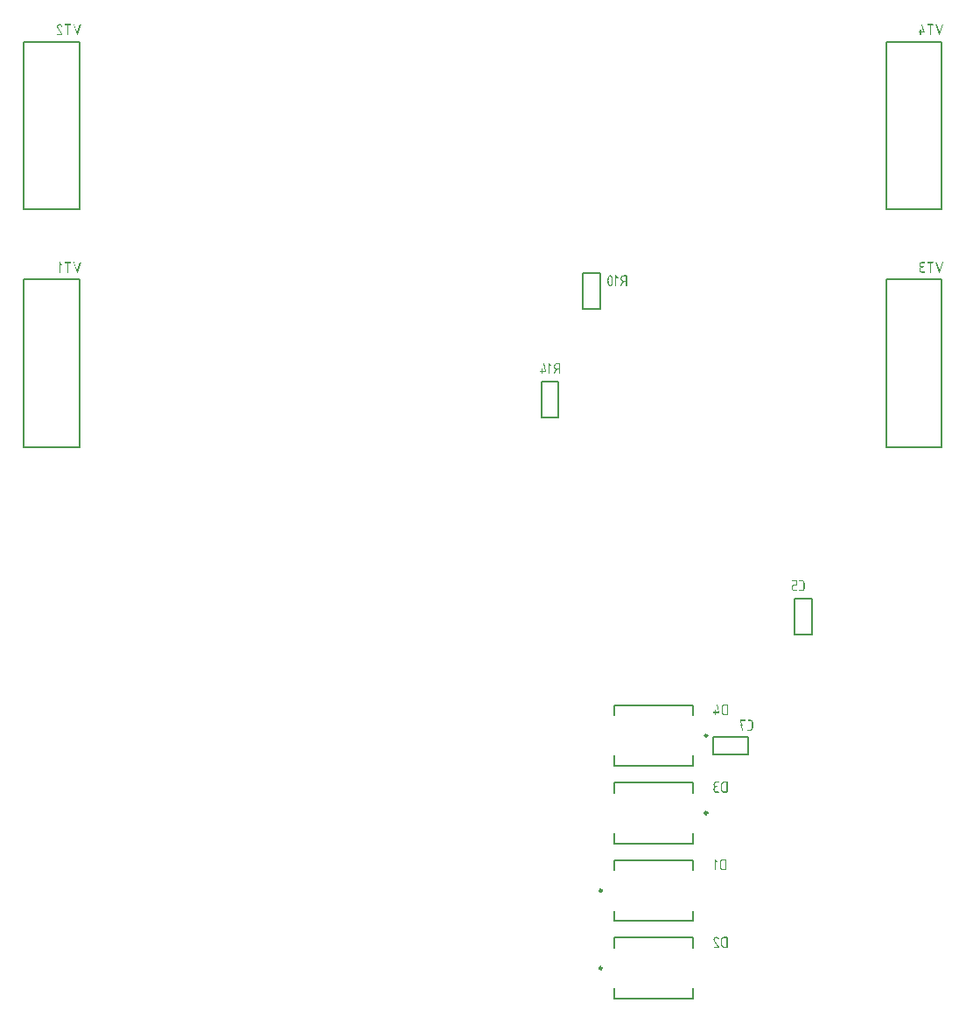
<source format=gbo>
G04*
G04 #@! TF.GenerationSoftware,Altium Limited,Altium Designer,20.0.10 (225)*
G04*
G04 Layer_Color=32896*
%FSLAX44Y44*%
%MOMM*%
G71*
G01*
G75*
%ADD10C,0.2000*%
%ADD13C,0.2500*%
G36*
X920091Y948201D02*
X920220Y948164D01*
X920294Y948090D01*
X920368Y948034D01*
X920424Y947960D01*
X920461Y947886D01*
X920480Y947849D01*
Y947831D01*
X922590Y940480D01*
Y940387D01*
Y940350D01*
Y940331D01*
X922572Y940165D01*
X922516Y940035D01*
X922424Y939942D01*
X922331Y939887D01*
X922239Y939850D01*
X922146Y939813D01*
X918906D01*
Y938221D01*
X918887Y938054D01*
X918832Y937924D01*
X918739Y937832D01*
X918646Y937776D01*
X918554Y937739D01*
X918461Y937702D01*
X918387D01*
X918202Y937720D01*
X918072Y937776D01*
X917980Y937869D01*
X917924Y937961D01*
X917869Y938054D01*
X917850Y938146D01*
Y938202D01*
Y938221D01*
Y939813D01*
X916813D01*
X916628Y939831D01*
X916498Y939887D01*
X916406Y939980D01*
X916350Y940072D01*
X916295Y940165D01*
X916276Y940257D01*
Y940313D01*
Y940331D01*
X916295Y940517D01*
X916350Y940646D01*
X916443Y940739D01*
X916535Y940794D01*
X916647Y940850D01*
X916721Y940868D01*
X917850D01*
Y942442D01*
X917869Y942609D01*
X917924Y942738D01*
X918017Y942831D01*
X918109Y942905D01*
X918221Y942942D01*
X918295Y942961D01*
X918387D01*
X918554Y942942D01*
X918683Y942887D01*
X918776Y942794D01*
X918832Y942701D01*
X918869Y942609D01*
X918906Y942516D01*
Y942461D01*
Y942442D01*
Y940868D01*
X921387D01*
X919461Y947534D01*
X919443Y947645D01*
Y947664D01*
Y947682D01*
X919461Y947868D01*
X919517Y947997D01*
X919609Y948090D01*
X919702Y948145D01*
X919794Y948201D01*
X919887Y948219D01*
X919961D01*
X920091Y948201D01*
D02*
G37*
G36*
X940163D02*
X940292Y948145D01*
X940385Y948053D01*
X940441Y947960D01*
X940478Y947849D01*
X940515Y947775D01*
Y947701D01*
Y947682D01*
X940496Y947571D01*
X940478Y947534D01*
Y947516D01*
X937348Y938091D01*
X937274Y937961D01*
X937200Y937869D01*
X937126Y937795D01*
X937033Y937758D01*
X936959Y937720D01*
X936885Y937702D01*
X936830D01*
X936700Y937720D01*
X936589Y937758D01*
X936496Y937832D01*
X936422Y937906D01*
X936330Y938035D01*
X936311Y938072D01*
Y938091D01*
X933163Y947516D01*
X933145Y947627D01*
Y947664D01*
Y947682D01*
X933163Y947868D01*
X933219Y947997D01*
X933312Y948090D01*
X933404Y948145D01*
X933497Y948201D01*
X933589Y948219D01*
X933663D01*
X933793Y948201D01*
X933904Y948164D01*
X933997Y948108D01*
X934052Y948034D01*
X934145Y947905D01*
X934163Y947868D01*
Y947849D01*
X936830Y939887D01*
X939478Y947849D01*
X939533Y947979D01*
X939607Y948071D01*
X939700Y948127D01*
X939774Y948182D01*
X939848Y948201D01*
X939922Y948219D01*
X939977D01*
X940163Y948201D01*
D02*
G37*
G36*
X930682Y948219D02*
X930812Y948164D01*
X930904Y948071D01*
X930960Y947979D01*
X930997Y947868D01*
X931034Y947794D01*
Y947719D01*
Y947701D01*
X931015Y947534D01*
X930941Y947405D01*
X930867Y947312D01*
X930756Y947257D01*
X930664Y947219D01*
X930571Y947182D01*
X928386D01*
Y938221D01*
X928368Y938054D01*
X928312Y937924D01*
X928220Y937832D01*
X928127Y937776D01*
X928034Y937739D01*
X927942Y937702D01*
X927868D01*
X927682Y937720D01*
X927553Y937776D01*
X927460Y937869D01*
X927405Y937961D01*
X927349Y938054D01*
X927331Y938146D01*
Y938202D01*
Y938221D01*
Y947182D01*
X925238D01*
X925053Y947201D01*
X924924Y947257D01*
X924831Y947349D01*
X924775Y947442D01*
X924720Y947534D01*
X924701Y947627D01*
Y947682D01*
Y947701D01*
X924720Y947886D01*
X924775Y948016D01*
X924868Y948108D01*
X924961Y948164D01*
X925072Y948219D01*
X925146Y948238D01*
X930497D01*
X930682Y948219D01*
D02*
G37*
G36*
X940163Y718077D02*
X940292Y718021D01*
X940385Y717929D01*
X940441Y717836D01*
X940478Y717725D01*
X940515Y717651D01*
Y717577D01*
Y717559D01*
X940496Y717447D01*
X940478Y717410D01*
Y717392D01*
X937348Y707967D01*
X937274Y707837D01*
X937200Y707745D01*
X937126Y707671D01*
X937033Y707634D01*
X936959Y707597D01*
X936885Y707578D01*
X936830D01*
X936700Y707597D01*
X936589Y707634D01*
X936496Y707708D01*
X936422Y707782D01*
X936330Y707911D01*
X936311Y707948D01*
Y707967D01*
X933163Y717392D01*
X933145Y717503D01*
Y717540D01*
Y717559D01*
X933163Y717744D01*
X933219Y717873D01*
X933312Y717966D01*
X933404Y718021D01*
X933497Y718077D01*
X933589Y718095D01*
X933663D01*
X933793Y718077D01*
X933904Y718040D01*
X933997Y717984D01*
X934052Y717910D01*
X934145Y717781D01*
X934163Y717744D01*
Y717725D01*
X936830Y709763D01*
X939478Y717725D01*
X939533Y717855D01*
X939607Y717947D01*
X939700Y718003D01*
X939774Y718058D01*
X939848Y718077D01*
X939922Y718095D01*
X939977D01*
X940163Y718077D01*
D02*
G37*
G36*
X930682Y718095D02*
X930812Y718040D01*
X930904Y717947D01*
X930960Y717855D01*
X930997Y717744D01*
X931034Y717670D01*
Y717596D01*
Y717577D01*
X931015Y717410D01*
X930941Y717281D01*
X930867Y717188D01*
X930756Y717133D01*
X930664Y717095D01*
X930571Y717058D01*
X928386D01*
Y708096D01*
X928368Y707930D01*
X928312Y707800D01*
X928220Y707708D01*
X928127Y707652D01*
X928034Y707615D01*
X927942Y707578D01*
X927868D01*
X927682Y707597D01*
X927553Y707652D01*
X927460Y707745D01*
X927405Y707837D01*
X927349Y707930D01*
X927331Y708022D01*
Y708078D01*
Y708096D01*
Y717058D01*
X925238D01*
X925053Y717077D01*
X924924Y717133D01*
X924831Y717225D01*
X924775Y717318D01*
X924720Y717410D01*
X924701Y717503D01*
Y717559D01*
Y717577D01*
X924720Y717762D01*
X924775Y717892D01*
X924868Y717984D01*
X924961Y718040D01*
X925072Y718095D01*
X925146Y718114D01*
X930497D01*
X930682Y718095D01*
D02*
G37*
G36*
X922257D02*
X922387Y718040D01*
X922479Y717947D01*
X922535Y717855D01*
X922572Y717744D01*
X922609Y717670D01*
Y717596D01*
Y717577D01*
X922590Y717410D01*
X922516Y717281D01*
X922442Y717188D01*
X922331Y717133D01*
X922239Y717095D01*
X922146Y717058D01*
X919980D01*
X919739Y717040D01*
X919517Y716984D01*
X919332Y716910D01*
X919165Y716818D01*
X919035Y716725D01*
X918924Y716651D01*
X918869Y716596D01*
X918850Y716577D01*
X918702Y716392D01*
X918591Y716207D01*
X918498Y716022D01*
X918443Y715855D01*
X918406Y715688D01*
X918387Y715577D01*
Y715503D01*
Y715466D01*
X918406Y715225D01*
X918461Y715003D01*
X918535Y714818D01*
X918609Y714651D01*
X918702Y714522D01*
X918776Y714429D01*
X918832Y714355D01*
X918850Y714337D01*
X919035Y714188D01*
X919220Y714077D01*
X919406Y714003D01*
X919591Y713948D01*
X919739Y713911D01*
X919868Y713892D01*
X921035D01*
X921202Y713874D01*
X921331Y713818D01*
X921424Y713726D01*
X921479Y713633D01*
X921516Y713522D01*
X921553Y713448D01*
Y713374D01*
Y713355D01*
X921535Y713188D01*
X921479Y713059D01*
X921387Y712966D01*
X921294Y712911D01*
X921202Y712874D01*
X921109Y712837D01*
X919980D01*
X919739Y712818D01*
X919517Y712763D01*
X919332Y712689D01*
X919165Y712615D01*
X919035Y712522D01*
X918924Y712448D01*
X918869Y712392D01*
X918850Y712374D01*
X918702Y712189D01*
X918591Y712003D01*
X918498Y711818D01*
X918443Y711633D01*
X918406Y711485D01*
X918387Y711355D01*
Y711281D01*
Y711244D01*
Y710207D01*
X918406Y709967D01*
X918461Y709744D01*
X918535Y709559D01*
X918609Y709393D01*
X918702Y709263D01*
X918776Y709170D01*
X918832Y709096D01*
X918850Y709078D01*
X919035Y708930D01*
X919220Y708819D01*
X919406Y708745D01*
X919591Y708689D01*
X919739Y708652D01*
X919868Y708633D01*
X922072D01*
X922257Y708615D01*
X922387Y708559D01*
X922479Y708467D01*
X922535Y708374D01*
X922572Y708263D01*
X922609Y708189D01*
Y708115D01*
Y708096D01*
X922590Y707930D01*
X922516Y707800D01*
X922442Y707708D01*
X922331Y707652D01*
X922239Y707615D01*
X922146Y707578D01*
X919980D01*
X919591Y707615D01*
X919220Y707689D01*
X918906Y707819D01*
X918628Y707967D01*
X918406Y708096D01*
X918239Y708226D01*
X918147Y708300D01*
X918109Y708337D01*
X917850Y708633D01*
X917665Y708967D01*
X917517Y709263D01*
X917424Y709559D01*
X917369Y709818D01*
X917350Y710022D01*
X917332Y710096D01*
Y710152D01*
Y710189D01*
Y710207D01*
Y711244D01*
X917350Y711485D01*
X917369Y711707D01*
X917424Y711929D01*
X917498Y712133D01*
X917665Y712485D01*
X917850Y712800D01*
X918054Y713040D01*
X918221Y713207D01*
X918295Y713281D01*
X918350Y713318D01*
X918369Y713355D01*
X918387D01*
X918202Y713503D01*
X918035Y713670D01*
X917906Y713855D01*
X917776Y714022D01*
X917665Y714207D01*
X917591Y714374D01*
X917461Y714707D01*
X917387Y715003D01*
X917369Y715133D01*
X917350Y715244D01*
X917332Y715337D01*
Y715411D01*
Y715448D01*
Y715466D01*
X917369Y715855D01*
X917461Y716225D01*
X917572Y716540D01*
X917721Y716818D01*
X917869Y717040D01*
X917980Y717207D01*
X918072Y717299D01*
X918109Y717336D01*
X918406Y717596D01*
X918720Y717781D01*
X919035Y717929D01*
X919332Y718021D01*
X919591Y718077D01*
X919794Y718095D01*
X919868Y718114D01*
X922072D01*
X922257Y718095D01*
D02*
G37*
G36*
X85756Y718058D02*
X85886Y717984D01*
X85978Y717910D01*
X85997Y717892D01*
X86016Y717873D01*
X88071Y715818D01*
X88163Y715707D01*
X88201Y715577D01*
X88219Y715485D01*
Y715466D01*
Y715448D01*
X88201Y715281D01*
X88145Y715151D01*
X88052Y715059D01*
X87960Y715003D01*
X87867Y714966D01*
X87775Y714929D01*
X87701D01*
X87552Y714948D01*
X87423Y715003D01*
X87349Y715059D01*
X87330Y715077D01*
X86108Y716299D01*
Y708096D01*
X86090Y707930D01*
X86034Y707800D01*
X85941Y707708D01*
X85849Y707652D01*
X85756Y707615D01*
X85664Y707578D01*
X85590D01*
X85405Y707597D01*
X85275Y707652D01*
X85182Y707745D01*
X85127Y707837D01*
X85071Y707930D01*
X85053Y708022D01*
Y708078D01*
Y708096D01*
Y717559D01*
X85071Y717744D01*
X85127Y717873D01*
X85219Y717966D01*
X85312Y718021D01*
X85423Y718077D01*
X85497Y718095D01*
X85664D01*
X85756Y718058D01*
D02*
G37*
G36*
X105773Y718077D02*
X105902Y718021D01*
X105995Y717929D01*
X106051Y717836D01*
X106088Y717725D01*
X106124Y717651D01*
Y717577D01*
Y717559D01*
X106106Y717447D01*
X106088Y717410D01*
Y717392D01*
X102958Y707967D01*
X102884Y707837D01*
X102810Y707745D01*
X102736Y707671D01*
X102643Y707634D01*
X102569Y707597D01*
X102495Y707578D01*
X102440D01*
X102310Y707597D01*
X102199Y707634D01*
X102106Y707708D01*
X102032Y707782D01*
X101940Y707911D01*
X101921Y707948D01*
Y707967D01*
X98773Y717392D01*
X98755Y717503D01*
Y717540D01*
Y717559D01*
X98773Y717744D01*
X98829Y717873D01*
X98922Y717966D01*
X99014Y718021D01*
X99107Y718077D01*
X99199Y718095D01*
X99273D01*
X99403Y718077D01*
X99514Y718040D01*
X99607Y717984D01*
X99662Y717910D01*
X99755Y717781D01*
X99773Y717744D01*
Y717725D01*
X102440Y709763D01*
X105088Y717725D01*
X105143Y717855D01*
X105217Y717947D01*
X105310Y718003D01*
X105384Y718058D01*
X105458Y718077D01*
X105532Y718095D01*
X105588D01*
X105773Y718077D01*
D02*
G37*
G36*
X96292Y718095D02*
X96422Y718040D01*
X96514Y717947D01*
X96570Y717855D01*
X96607Y717744D01*
X96644Y717670D01*
Y717596D01*
Y717577D01*
X96625Y717410D01*
X96551Y717281D01*
X96477Y717188D01*
X96366Y717133D01*
X96274Y717095D01*
X96181Y717058D01*
X93996D01*
Y708096D01*
X93978Y707930D01*
X93922Y707800D01*
X93829Y707708D01*
X93737Y707652D01*
X93644Y707615D01*
X93552Y707578D01*
X93478D01*
X93293Y707597D01*
X93163Y707652D01*
X93070Y707745D01*
X93015Y707837D01*
X92959Y707930D01*
X92941Y708022D01*
Y708078D01*
Y708096D01*
Y717058D01*
X90848D01*
X90663Y717077D01*
X90534Y717133D01*
X90441Y717225D01*
X90385Y717318D01*
X90330Y717410D01*
X90311Y717503D01*
Y717559D01*
Y717577D01*
X90330Y717762D01*
X90385Y717892D01*
X90478Y717984D01*
X90571Y718040D01*
X90682Y718095D01*
X90756Y718114D01*
X96107D01*
X96292Y718095D01*
D02*
G37*
G36*
X559130Y620212D02*
X559259Y620138D01*
X559352Y620064D01*
X559370Y620046D01*
X559389Y620027D01*
X561444Y617972D01*
X561537Y617861D01*
X561574Y617731D01*
X561592Y617639D01*
Y617620D01*
Y617602D01*
X561574Y617435D01*
X561518Y617305D01*
X561426Y617213D01*
X561333Y617157D01*
X561241Y617120D01*
X561148Y617083D01*
X561074D01*
X560926Y617102D01*
X560796Y617157D01*
X560722Y617213D01*
X560704Y617231D01*
X559482Y618453D01*
Y610251D01*
X559463Y610084D01*
X559408Y609954D01*
X559315Y609862D01*
X559222Y609806D01*
X559130Y609769D01*
X559037Y609732D01*
X558963D01*
X558778Y609751D01*
X558648Y609806D01*
X558556Y609899D01*
X558500Y609991D01*
X558445Y610084D01*
X558426Y610176D01*
Y610232D01*
Y610251D01*
Y619712D01*
X558445Y619898D01*
X558500Y620027D01*
X558593Y620120D01*
X558685Y620175D01*
X558796Y620231D01*
X558871Y620249D01*
X559037D01*
X559130Y620212D01*
D02*
G37*
G36*
X553815Y620231D02*
X553945Y620194D01*
X554019Y620120D01*
X554093Y620064D01*
X554149Y619990D01*
X554186Y619916D01*
X554204Y619879D01*
Y619861D01*
X556315Y612509D01*
Y612417D01*
Y612380D01*
Y612361D01*
X556297Y612195D01*
X556241Y612065D01*
X556148Y611973D01*
X556056Y611917D01*
X555963Y611880D01*
X555871Y611843D01*
X552630D01*
Y610251D01*
X552612Y610084D01*
X552556Y609954D01*
X552464Y609862D01*
X552371Y609806D01*
X552279Y609769D01*
X552186Y609732D01*
X552112D01*
X551927Y609751D01*
X551797Y609806D01*
X551705Y609899D01*
X551649Y609991D01*
X551594Y610084D01*
X551575Y610176D01*
Y610232D01*
Y610251D01*
Y611843D01*
X550538D01*
X550353Y611861D01*
X550223Y611917D01*
X550131Y612010D01*
X550075Y612102D01*
X550020Y612195D01*
X550001Y612287D01*
Y612343D01*
Y612361D01*
X550020Y612547D01*
X550075Y612676D01*
X550168Y612769D01*
X550260Y612824D01*
X550371Y612880D01*
X550445Y612898D01*
X551575D01*
Y614472D01*
X551594Y614639D01*
X551649Y614768D01*
X551742Y614861D01*
X551834Y614935D01*
X551945Y614972D01*
X552019Y614991D01*
X552112D01*
X552279Y614972D01*
X552408Y614917D01*
X552501Y614824D01*
X552556Y614731D01*
X552593Y614639D01*
X552630Y614546D01*
Y614491D01*
Y614472D01*
Y612898D01*
X555112D01*
X553186Y619564D01*
X553167Y619675D01*
Y619694D01*
Y619712D01*
X553186Y619898D01*
X553241Y620027D01*
X553334Y620120D01*
X553427Y620175D01*
X553519Y620231D01*
X553612Y620249D01*
X553686D01*
X553815Y620231D01*
D02*
G37*
G36*
X569647Y620249D02*
X569777Y620194D01*
X569869Y620101D01*
X569925Y620009D01*
X569962Y619898D01*
X569999Y619824D01*
Y619749D01*
Y619731D01*
Y610251D01*
X569980Y610084D01*
X569925Y609954D01*
X569832Y609862D01*
X569740Y609806D01*
X569647Y609769D01*
X569555Y609732D01*
X569481D01*
X569295Y609751D01*
X569166Y609806D01*
X569073Y609899D01*
X569018Y609991D01*
X568962Y610084D01*
X568943Y610176D01*
Y610232D01*
Y610251D01*
Y613935D01*
X566647D01*
X564685Y610010D01*
X564629Y609917D01*
X564555Y609843D01*
X564481Y609806D01*
X564407Y609769D01*
X564333Y609751D01*
X564277Y609732D01*
X564222D01*
X564074Y609751D01*
X563963Y609806D01*
X563889Y609862D01*
X563852Y609880D01*
X563759Y610010D01*
X563703Y610121D01*
X563685Y610214D01*
Y610251D01*
Y610343D01*
X563703Y610417D01*
X563722Y610473D01*
X563740Y610491D01*
X565592Y614157D01*
X565259Y614324D01*
X564962Y614509D01*
X564703Y614713D01*
X564481Y614935D01*
X564296Y615176D01*
X564148Y615417D01*
X564018Y615676D01*
X563926Y615917D01*
X563852Y616157D01*
X563777Y616380D01*
X563740Y616565D01*
X563722Y616750D01*
X563703Y616898D01*
X563685Y617009D01*
Y617083D01*
Y617102D01*
X563703Y617342D01*
X563722Y617583D01*
X563833Y618009D01*
X563981Y618398D01*
X564148Y618713D01*
X564314Y618972D01*
X564388Y619083D01*
X564463Y619175D01*
X564518Y619250D01*
X564574Y619305D01*
X564592Y619324D01*
X564611Y619342D01*
X564796Y619509D01*
X564981Y619657D01*
X565166Y619768D01*
X565351Y619879D01*
X565722Y620046D01*
X566073Y620157D01*
X566388Y620212D01*
X566518Y620249D01*
X566629D01*
X566721Y620268D01*
X569481D01*
X569647Y620249D01*
D02*
G37*
G36*
X623602Y705212D02*
X623732Y705138D01*
X623824Y705064D01*
X623843Y705046D01*
X623861Y705027D01*
X625917Y702972D01*
X626009Y702861D01*
X626046Y702731D01*
X626065Y702639D01*
Y702620D01*
Y702602D01*
X626046Y702435D01*
X625991Y702305D01*
X625898Y702213D01*
X625806Y702157D01*
X625713Y702120D01*
X625620Y702083D01*
X625546D01*
X625398Y702102D01*
X625269Y702157D01*
X625194Y702213D01*
X625176Y702231D01*
X623954Y703453D01*
Y695250D01*
X623935Y695084D01*
X623880Y694954D01*
X623787Y694862D01*
X623695Y694806D01*
X623602Y694769D01*
X623509Y694732D01*
X623435D01*
X623250Y694751D01*
X623120Y694806D01*
X623028Y694899D01*
X622972Y694991D01*
X622917Y695084D01*
X622898Y695176D01*
Y695232D01*
Y695250D01*
Y704713D01*
X622917Y704898D01*
X622972Y705027D01*
X623065Y705120D01*
X623158Y705175D01*
X623269Y705231D01*
X623343Y705249D01*
X623509D01*
X623602Y705212D01*
D02*
G37*
G36*
X634119Y705249D02*
X634249Y705194D01*
X634342Y705101D01*
X634397Y705009D01*
X634434Y704898D01*
X634471Y704824D01*
Y704750D01*
Y704731D01*
Y695250D01*
X634453Y695084D01*
X634397Y694954D01*
X634305Y694862D01*
X634212Y694806D01*
X634119Y694769D01*
X634027Y694732D01*
X633953D01*
X633768Y694751D01*
X633638Y694806D01*
X633545Y694899D01*
X633490Y694991D01*
X633434Y695084D01*
X633416Y695176D01*
Y695232D01*
Y695250D01*
Y698935D01*
X631120D01*
X629157Y695010D01*
X629101Y694917D01*
X629027Y694843D01*
X628953Y694806D01*
X628879Y694769D01*
X628805Y694751D01*
X628750Y694732D01*
X628694D01*
X628546Y694751D01*
X628435Y694806D01*
X628361Y694862D01*
X628324Y694880D01*
X628231Y695010D01*
X628176Y695121D01*
X628157Y695213D01*
Y695250D01*
Y695343D01*
X628176Y695417D01*
X628194Y695473D01*
X628213Y695491D01*
X630064Y699157D01*
X629731Y699324D01*
X629435Y699509D01*
X629175Y699713D01*
X628953Y699935D01*
X628768Y700176D01*
X628620Y700417D01*
X628490Y700676D01*
X628398Y700917D01*
X628324Y701157D01*
X628250Y701379D01*
X628213Y701565D01*
X628194Y701750D01*
X628176Y701898D01*
X628157Y702009D01*
Y702083D01*
Y702102D01*
X628176Y702342D01*
X628194Y702583D01*
X628305Y703009D01*
X628453Y703398D01*
X628620Y703713D01*
X628787Y703972D01*
X628861Y704083D01*
X628935Y704175D01*
X628990Y704250D01*
X629046Y704305D01*
X629064Y704324D01*
X629083Y704342D01*
X629268Y704509D01*
X629453Y704657D01*
X629638Y704768D01*
X629824Y704879D01*
X630194Y705046D01*
X630546Y705157D01*
X630860Y705212D01*
X630990Y705249D01*
X631101D01*
X631194Y705268D01*
X633953D01*
X634119Y705249D01*
D02*
G37*
G36*
X618436D02*
X618677Y705175D01*
X618917Y705083D01*
X619140Y704953D01*
X619325Y704805D01*
X619510Y704638D01*
X619806Y704268D01*
X620047Y703898D01*
X620139Y703713D01*
X620213Y703565D01*
X620269Y703435D01*
X620306Y703342D01*
X620343Y703268D01*
Y703250D01*
X620491Y702713D01*
X620602Y702157D01*
X620676Y701620D01*
X620732Y701102D01*
X620750Y700880D01*
X620769Y700657D01*
Y700472D01*
X620788Y700305D01*
Y700176D01*
Y700083D01*
Y700009D01*
Y699991D01*
X620769Y699306D01*
X620713Y698695D01*
X620676Y698398D01*
X620639Y698139D01*
X620602Y697880D01*
X620565Y697658D01*
X620528Y697454D01*
X620491Y697269D01*
X620454Y697102D01*
X620417Y696973D01*
X620380Y696880D01*
X620362Y696787D01*
X620343Y696750D01*
Y696732D01*
X620213Y696380D01*
X620047Y696065D01*
X619880Y695806D01*
X619714Y695584D01*
X619528Y695380D01*
X619343Y695213D01*
X619176Y695084D01*
X618991Y694991D01*
X618825Y694899D01*
X618677Y694843D01*
X618528Y694788D01*
X618399Y694769D01*
X618306Y694751D01*
X618232Y694732D01*
X618158D01*
X617880Y694751D01*
X617640Y694825D01*
X617399Y694917D01*
X617195Y695047D01*
X616992Y695195D01*
X616825Y695362D01*
X616510Y695732D01*
X616288Y696102D01*
X616195Y696269D01*
X616121Y696417D01*
X616066Y696547D01*
X616029Y696639D01*
X615992Y696713D01*
Y696732D01*
X615844Y697269D01*
X615732Y697824D01*
X615640Y698361D01*
X615584Y698880D01*
X615566Y699102D01*
X615547Y699324D01*
Y699509D01*
X615529Y699676D01*
Y699806D01*
Y699917D01*
Y699972D01*
Y699991D01*
X615547Y700676D01*
X615603Y701305D01*
X615640Y701583D01*
X615677Y701861D01*
X615714Y702102D01*
X615751Y702324D01*
X615807Y702527D01*
X615844Y702713D01*
X615881Y702879D01*
X615918Y703009D01*
X615955Y703120D01*
X615973Y703194D01*
X615992Y703231D01*
Y703250D01*
X616121Y703602D01*
X616288Y703916D01*
X616455Y704194D01*
X616621Y704416D01*
X616806Y704620D01*
X616973Y704768D01*
X617158Y704916D01*
X617325Y705009D01*
X617491Y705101D01*
X617658Y705157D01*
X617788Y705212D01*
X617917Y705231D01*
X618010Y705249D01*
X618084Y705268D01*
X618158D01*
X618436Y705249D01*
D02*
G37*
G36*
X721445Y290231D02*
X721574Y290194D01*
X721648Y290120D01*
X721723Y290064D01*
X721778Y289990D01*
X721815Y289916D01*
X721834Y289879D01*
Y289861D01*
X723945Y282509D01*
Y282417D01*
Y282380D01*
Y282361D01*
X723926Y282195D01*
X723870Y282065D01*
X723778Y281973D01*
X723685Y281917D01*
X723593Y281880D01*
X723500Y281843D01*
X720260D01*
Y280250D01*
X720241Y280084D01*
X720186Y279954D01*
X720093Y279862D01*
X720001Y279806D01*
X719908Y279769D01*
X719815Y279732D01*
X719741D01*
X719556Y279750D01*
X719426Y279806D01*
X719334Y279899D01*
X719278Y279991D01*
X719223Y280084D01*
X719204Y280176D01*
Y280232D01*
Y280250D01*
Y281843D01*
X718167D01*
X717982Y281861D01*
X717853Y281917D01*
X717760Y282010D01*
X717704Y282102D01*
X717649Y282195D01*
X717630Y282287D01*
Y282343D01*
Y282361D01*
X717649Y282547D01*
X717704Y282676D01*
X717797Y282769D01*
X717890Y282824D01*
X718001Y282880D01*
X718075Y282898D01*
X719204D01*
Y284472D01*
X719223Y284639D01*
X719278Y284769D01*
X719371Y284861D01*
X719464Y284935D01*
X719575Y284972D01*
X719649Y284991D01*
X719741D01*
X719908Y284972D01*
X720038Y284917D01*
X720130Y284824D01*
X720186Y284732D01*
X720223Y284639D01*
X720260Y284546D01*
Y284491D01*
Y284472D01*
Y282898D01*
X722741D01*
X720815Y289564D01*
X720797Y289675D01*
Y289694D01*
Y289713D01*
X720815Y289898D01*
X720871Y290027D01*
X720963Y290120D01*
X721056Y290175D01*
X721149Y290231D01*
X721241Y290250D01*
X721315D01*
X721445Y290231D01*
D02*
G37*
G36*
X732018Y290250D02*
X732147Y290194D01*
X732240Y290101D01*
X732296Y290009D01*
X732333Y289898D01*
X732370Y289824D01*
Y289750D01*
Y289731D01*
Y280250D01*
X732351Y280084D01*
X732296Y279954D01*
X732203Y279862D01*
X732110Y279806D01*
X732018Y279769D01*
X731925Y279732D01*
X728703D01*
X728315Y279769D01*
X727944Y279843D01*
X727629Y279973D01*
X727352Y280121D01*
X727129Y280250D01*
X726963Y280380D01*
X726870Y280454D01*
X726833Y280491D01*
X726574Y280788D01*
X726389Y281121D01*
X726241Y281417D01*
X726148Y281713D01*
X726093Y281973D01*
X726074Y282176D01*
X726055Y282250D01*
Y282306D01*
Y282343D01*
Y282361D01*
Y287620D01*
X726093Y288027D01*
X726185Y288379D01*
X726296Y288694D01*
X726444Y288972D01*
X726592Y289194D01*
X726703Y289361D01*
X726796Y289453D01*
X726833Y289490D01*
X727129Y289750D01*
X727444Y289935D01*
X727759Y290083D01*
X728055Y290175D01*
X728315Y290231D01*
X728518Y290250D01*
X728592Y290268D01*
X731851D01*
X732018Y290250D01*
D02*
G37*
G36*
X721102Y65250D02*
X721380Y65194D01*
X721639Y65101D01*
X721880Y64972D01*
X722102Y64824D01*
X722324Y64657D01*
X722510Y64490D01*
X722695Y64324D01*
X722843Y64138D01*
X722991Y63972D01*
X723102Y63805D01*
X723195Y63657D01*
X723287Y63546D01*
X723343Y63435D01*
X723361Y63379D01*
X723380Y63361D01*
X723417Y63287D01*
X723435Y63231D01*
Y63176D01*
Y63157D01*
X723417Y62972D01*
X723343Y62842D01*
X723269Y62750D01*
X723158Y62694D01*
X723065Y62657D01*
X722972Y62620D01*
X722898D01*
X722787Y62639D01*
X722695Y62657D01*
X722565Y62750D01*
X722473Y62842D01*
X722454Y62861D01*
Y62879D01*
X722306Y63120D01*
X722158Y63324D01*
X722028Y63490D01*
X721880Y63657D01*
X721732Y63787D01*
X721602Y63879D01*
X721473Y63972D01*
X721343Y64046D01*
X721121Y64138D01*
X720954Y64194D01*
X720843Y64212D01*
X720806D01*
X720565Y64194D01*
X720343Y64138D01*
X720158Y64064D01*
X719991Y63990D01*
X719862Y63898D01*
X719751Y63824D01*
X719695Y63768D01*
X719677Y63750D01*
X719528Y63565D01*
X719417Y63379D01*
X719325Y63194D01*
X719269Y63009D01*
X719232Y62861D01*
X719213Y62731D01*
Y62657D01*
Y62620D01*
X719232Y62453D01*
X719251Y62305D01*
X719288Y62157D01*
X719343Y62028D01*
X719399Y61916D01*
X719436Y61824D01*
X719454Y61768D01*
X719473Y61750D01*
X723343Y55547D01*
X723398Y55454D01*
X723417Y55343D01*
X723435Y55287D01*
Y55251D01*
X723417Y55084D01*
X723343Y54954D01*
X723269Y54862D01*
X723158Y54806D01*
X723065Y54769D01*
X722972Y54732D01*
X718695D01*
X718510Y54751D01*
X718380Y54806D01*
X718288Y54899D01*
X718232Y54991D01*
X718177Y55084D01*
X718158Y55176D01*
Y55232D01*
Y55251D01*
X718177Y55436D01*
X718232Y55565D01*
X718325Y55658D01*
X718417Y55713D01*
X718528Y55769D01*
X718603Y55788D01*
X721954D01*
X718640Y61102D01*
X718473Y61398D01*
X718362Y61676D01*
X718269Y61916D01*
X718214Y62157D01*
X718177Y62342D01*
X718158Y62491D01*
Y62583D01*
Y62620D01*
X718195Y63009D01*
X718288Y63379D01*
X718399Y63694D01*
X718547Y63972D01*
X718695Y64194D01*
X718806Y64361D01*
X718899Y64453D01*
X718936Y64490D01*
X719232Y64749D01*
X719547Y64935D01*
X719862Y65083D01*
X720158Y65175D01*
X720417Y65231D01*
X720621Y65250D01*
X720695Y65268D01*
X720806D01*
X721102Y65250D01*
D02*
G37*
G36*
X731490D02*
X731620Y65194D01*
X731712Y65101D01*
X731768Y65009D01*
X731805Y64898D01*
X731842Y64824D01*
Y64749D01*
Y64731D01*
Y55251D01*
X731823Y55084D01*
X731768Y54954D01*
X731675Y54862D01*
X731583Y54806D01*
X731490Y54769D01*
X731397Y54732D01*
X728176D01*
X727787Y54769D01*
X727416Y54843D01*
X727102Y54973D01*
X726824Y55121D01*
X726602Y55251D01*
X726435Y55380D01*
X726342Y55454D01*
X726305Y55491D01*
X726046Y55788D01*
X725861Y56121D01*
X725713Y56417D01*
X725620Y56713D01*
X725565Y56973D01*
X725546Y57176D01*
X725528Y57250D01*
Y57306D01*
Y57343D01*
Y57361D01*
Y62620D01*
X725565Y63028D01*
X725657Y63379D01*
X725768Y63694D01*
X725917Y63972D01*
X726065Y64194D01*
X726176Y64361D01*
X726268Y64453D01*
X726305Y64490D01*
X726602Y64749D01*
X726917Y64935D01*
X727231Y65083D01*
X727527Y65175D01*
X727787Y65231D01*
X727990Y65250D01*
X728064Y65268D01*
X731323D01*
X731490Y65250D01*
D02*
G37*
G36*
X719917Y140212D02*
X720047Y140138D01*
X720139Y140064D01*
X720158Y140046D01*
X720176Y140027D01*
X722232Y137972D01*
X722324Y137861D01*
X722361Y137731D01*
X722380Y137639D01*
Y137620D01*
Y137602D01*
X722361Y137435D01*
X722306Y137305D01*
X722213Y137213D01*
X722121Y137157D01*
X722028Y137120D01*
X721936Y137083D01*
X721861D01*
X721713Y137102D01*
X721584Y137157D01*
X721510Y137213D01*
X721491Y137231D01*
X720269Y138453D01*
Y130251D01*
X720250Y130084D01*
X720195Y129954D01*
X720102Y129862D01*
X720010Y129806D01*
X719917Y129769D01*
X719825Y129732D01*
X719751D01*
X719565Y129751D01*
X719436Y129806D01*
X719343Y129899D01*
X719288Y129991D01*
X719232Y130084D01*
X719213Y130176D01*
Y130232D01*
Y130251D01*
Y139712D01*
X719232Y139898D01*
X719288Y140027D01*
X719380Y140120D01*
X719473Y140175D01*
X719584Y140231D01*
X719658Y140250D01*
X719825D01*
X719917Y140212D01*
D02*
G37*
G36*
X730435Y140250D02*
X730564Y140194D01*
X730657Y140101D01*
X730712Y140009D01*
X730749Y139898D01*
X730786Y139824D01*
Y139749D01*
Y139731D01*
Y130251D01*
X730768Y130084D01*
X730712Y129954D01*
X730620Y129862D01*
X730527Y129806D01*
X730435Y129769D01*
X730342Y129732D01*
X727120D01*
X726731Y129769D01*
X726361Y129843D01*
X726046Y129973D01*
X725768Y130121D01*
X725546Y130251D01*
X725380Y130380D01*
X725287Y130454D01*
X725250Y130491D01*
X724991Y130787D01*
X724806Y131121D01*
X724657Y131417D01*
X724565Y131713D01*
X724509Y131973D01*
X724491Y132176D01*
X724472Y132250D01*
Y132306D01*
Y132343D01*
Y132361D01*
Y137620D01*
X724509Y138027D01*
X724602Y138379D01*
X724713Y138694D01*
X724861Y138972D01*
X725009Y139194D01*
X725120Y139361D01*
X725213Y139453D01*
X725250Y139490D01*
X725546Y139749D01*
X725861Y139935D01*
X726176Y140083D01*
X726472Y140175D01*
X726731Y140231D01*
X726935Y140250D01*
X727009Y140268D01*
X730268D01*
X730435Y140250D01*
D02*
G37*
G36*
X754074Y275231D02*
X754444Y275138D01*
X754759Y275027D01*
X755036Y274879D01*
X755259Y274731D01*
X755407Y274620D01*
X755518Y274527D01*
X755555Y274490D01*
X755814Y274194D01*
X755999Y273879D01*
X756129Y273564D01*
X756222Y273268D01*
X756277Y273009D01*
X756296Y272805D01*
X756314Y272731D01*
Y272676D01*
Y272639D01*
Y272620D01*
Y267361D01*
X756277Y266973D01*
X756203Y266602D01*
X756073Y266287D01*
X755925Y266010D01*
X755796Y265788D01*
X755666Y265639D01*
X755592Y265528D01*
X755555Y265491D01*
X755259Y265232D01*
X754925Y265047D01*
X754629Y264917D01*
X754333Y264825D01*
X754074Y264769D01*
X753870Y264750D01*
X753796Y264732D01*
X751592D01*
X751407Y264750D01*
X751278Y264806D01*
X751185Y264899D01*
X751130Y264991D01*
X751074Y265084D01*
X751055Y265176D01*
Y265232D01*
Y265250D01*
X751074Y265436D01*
X751130Y265565D01*
X751222Y265658D01*
X751315Y265713D01*
X751426Y265769D01*
X751500Y265788D01*
X753685D01*
X753925Y265806D01*
X754148Y265861D01*
X754333Y265936D01*
X754500Y266010D01*
X754629Y266084D01*
X754722Y266158D01*
X754796Y266213D01*
X754814Y266232D01*
X754962Y266417D01*
X755073Y266602D01*
X755148Y266787D01*
X755203Y266973D01*
X755240Y267121D01*
X755259Y267250D01*
Y267324D01*
Y267361D01*
Y272620D01*
X755240Y272861D01*
X755185Y273083D01*
X755111Y273268D01*
X755036Y273435D01*
X754962Y273564D01*
X754888Y273676D01*
X754833Y273731D01*
X754814Y273750D01*
X754629Y273898D01*
X754444Y274009D01*
X754259Y274101D01*
X754074Y274157D01*
X753925Y274194D01*
X753796Y274212D01*
X751592D01*
X751407Y274231D01*
X751278Y274287D01*
X751185Y274379D01*
X751130Y274472D01*
X751074Y274564D01*
X751055Y274657D01*
Y274713D01*
Y274731D01*
X751074Y274916D01*
X751130Y275046D01*
X751222Y275138D01*
X751315Y275194D01*
X751426Y275250D01*
X751500Y275268D01*
X753685D01*
X754074Y275231D01*
D02*
G37*
G36*
X748611Y275250D02*
X748741Y275194D01*
X748833Y275101D01*
X748889Y275009D01*
X748926Y274898D01*
X748963Y274824D01*
Y274750D01*
Y274731D01*
X748945Y274564D01*
X748889Y274435D01*
X748796Y274342D01*
X748704Y274287D01*
X748611Y274250D01*
X748519Y274212D01*
X744889D01*
X745704Y270528D01*
X746334D01*
X746500Y270509D01*
X746630Y270454D01*
X746723Y270361D01*
X746778Y270268D01*
X746815Y270157D01*
X746852Y270083D01*
Y270009D01*
Y269991D01*
X746834Y269824D01*
X746778Y269694D01*
X746685Y269602D01*
X746593Y269546D01*
X746500Y269509D01*
X746408Y269472D01*
X745945D01*
X746852Y265362D01*
Y265287D01*
Y265269D01*
Y265250D01*
X746834Y265084D01*
X746778Y264954D01*
X746685Y264862D01*
X746593Y264806D01*
X746500Y264769D01*
X746408Y264732D01*
X746334D01*
X746186Y264750D01*
X746075Y264788D01*
X745982Y264862D01*
X745926Y264936D01*
X745871Y265010D01*
X745834Y265084D01*
X745815Y265121D01*
Y265139D01*
X744871Y269472D01*
X744223D01*
X744038Y269491D01*
X743908Y269546D01*
X743816Y269639D01*
X743760Y269732D01*
X743704Y269824D01*
X743686Y269917D01*
Y269972D01*
Y269991D01*
X743704Y270176D01*
X743760Y270306D01*
X743852Y270398D01*
X743945Y270454D01*
X744056Y270509D01*
X744130Y270528D01*
X744612D01*
X743704Y274620D01*
X743686Y274713D01*
Y274750D01*
X743723Y274916D01*
X743778Y275046D01*
X743871Y275138D01*
X743964Y275212D01*
X744056Y275250D01*
X744149Y275268D01*
X748445D01*
X748611Y275250D01*
D02*
G37*
G36*
X804074Y410231D02*
X804444Y410138D01*
X804759Y410027D01*
X805036Y409879D01*
X805259Y409731D01*
X805407Y409620D01*
X805518Y409527D01*
X805555Y409490D01*
X805814Y409194D01*
X805999Y408879D01*
X806129Y408564D01*
X806222Y408268D01*
X806277Y408009D01*
X806296Y407805D01*
X806314Y407731D01*
Y407676D01*
Y407639D01*
Y407620D01*
Y402361D01*
X806277Y401973D01*
X806203Y401602D01*
X806073Y401287D01*
X805925Y401010D01*
X805796Y400788D01*
X805666Y400639D01*
X805592Y400528D01*
X805555Y400491D01*
X805259Y400232D01*
X804925Y400047D01*
X804629Y399917D01*
X804333Y399825D01*
X804074Y399769D01*
X803870Y399751D01*
X803796Y399732D01*
X801592D01*
X801407Y399751D01*
X801278Y399806D01*
X801185Y399899D01*
X801130Y399991D01*
X801074Y400084D01*
X801055Y400176D01*
Y400232D01*
Y400251D01*
X801074Y400436D01*
X801130Y400565D01*
X801222Y400658D01*
X801315Y400713D01*
X801426Y400769D01*
X801500Y400788D01*
X803685D01*
X803925Y400806D01*
X804148Y400862D01*
X804333Y400936D01*
X804500Y401010D01*
X804629Y401084D01*
X804722Y401158D01*
X804796Y401213D01*
X804814Y401232D01*
X804962Y401417D01*
X805073Y401602D01*
X805148Y401787D01*
X805203Y401973D01*
X805240Y402121D01*
X805259Y402250D01*
Y402324D01*
Y402361D01*
Y407620D01*
X805240Y407861D01*
X805185Y408083D01*
X805111Y408268D01*
X805036Y408435D01*
X804962Y408564D01*
X804888Y408676D01*
X804833Y408731D01*
X804814Y408750D01*
X804629Y408898D01*
X804444Y409009D01*
X804259Y409101D01*
X804074Y409157D01*
X803925Y409194D01*
X803796Y409212D01*
X801592D01*
X801407Y409231D01*
X801278Y409287D01*
X801185Y409379D01*
X801130Y409472D01*
X801074Y409564D01*
X801055Y409657D01*
Y409712D01*
Y409731D01*
X801074Y409916D01*
X801130Y410046D01*
X801222Y410138D01*
X801315Y410194D01*
X801426Y410249D01*
X801500Y410268D01*
X803685D01*
X804074Y410231D01*
D02*
G37*
G36*
X798593Y410249D02*
X798722Y410194D01*
X798815Y410101D01*
X798870Y410009D01*
X798907Y409898D01*
X798945Y409824D01*
Y409749D01*
Y409731D01*
Y405509D01*
X798926Y405343D01*
X798870Y405213D01*
X798778Y405120D01*
X798685Y405065D01*
X798593Y405028D01*
X798500Y404991D01*
X796334D01*
X796093Y404972D01*
X795871Y404917D01*
X795686Y404843D01*
X795519Y404769D01*
X795389Y404676D01*
X795278Y404602D01*
X795223Y404546D01*
X795204Y404528D01*
X795056Y404343D01*
X794945Y404157D01*
X794852Y403972D01*
X794797Y403787D01*
X794760Y403639D01*
X794741Y403509D01*
Y403435D01*
Y403398D01*
Y402361D01*
X794760Y402121D01*
X794815Y401898D01*
X794889Y401713D01*
X794964Y401547D01*
X795056Y401417D01*
X795130Y401325D01*
X795186Y401250D01*
X795204Y401232D01*
X795389Y401084D01*
X795574Y400973D01*
X795760Y400899D01*
X795945Y400843D01*
X796093Y400806D01*
X796223Y400788D01*
X798426D01*
X798593Y400769D01*
X798722Y400713D01*
X798815Y400621D01*
X798870Y400528D01*
X798907Y400417D01*
X798945Y400343D01*
Y400269D01*
Y400251D01*
X798926Y400084D01*
X798870Y399954D01*
X798778Y399862D01*
X798685Y399806D01*
X798593Y399769D01*
X798500Y399732D01*
X796315D01*
X795926Y399769D01*
X795574Y399843D01*
X795260Y399973D01*
X794982Y400121D01*
X794760Y400251D01*
X794593Y400380D01*
X794501Y400454D01*
X794464Y400491D01*
X794204Y400788D01*
X794019Y401121D01*
X793871Y401417D01*
X793778Y401713D01*
X793723Y401973D01*
X793704Y402176D01*
X793686Y402250D01*
Y402306D01*
Y402343D01*
Y402361D01*
Y403398D01*
X793723Y403787D01*
X793816Y404157D01*
X793927Y404472D01*
X794075Y404750D01*
X794223Y404972D01*
X794334Y405139D01*
X794426Y405232D01*
X794464Y405269D01*
X794760Y405528D01*
X795075Y405713D01*
X795389Y405861D01*
X795667Y405954D01*
X795926Y406009D01*
X796130Y406028D01*
X796204Y406046D01*
X797889D01*
Y409212D01*
X794741D01*
X794575Y409231D01*
X794445Y409287D01*
X794352Y409379D01*
X794278Y409472D01*
X794241Y409564D01*
X794223Y409657D01*
Y409712D01*
Y409731D01*
X794241Y409916D01*
X794297Y410046D01*
X794389Y410138D01*
X794482Y410194D01*
X794575Y410249D01*
X794667Y410268D01*
X798426D01*
X798593Y410249D01*
D02*
G37*
G36*
X731490Y215250D02*
X731620Y215194D01*
X731712Y215101D01*
X731768Y215009D01*
X731805Y214898D01*
X731842Y214824D01*
Y214750D01*
Y214731D01*
Y205250D01*
X731823Y205084D01*
X731768Y204954D01*
X731675Y204862D01*
X731583Y204806D01*
X731490Y204769D01*
X731397Y204732D01*
X728176D01*
X727787Y204769D01*
X727416Y204843D01*
X727102Y204973D01*
X726824Y205121D01*
X726602Y205250D01*
X726435Y205380D01*
X726342Y205454D01*
X726305Y205491D01*
X726046Y205788D01*
X725861Y206121D01*
X725713Y206417D01*
X725620Y206713D01*
X725565Y206973D01*
X725546Y207176D01*
X725528Y207250D01*
Y207306D01*
Y207343D01*
Y207361D01*
Y212620D01*
X725565Y213027D01*
X725657Y213379D01*
X725768Y213694D01*
X725917Y213972D01*
X726065Y214194D01*
X726176Y214361D01*
X726268Y214453D01*
X726305Y214490D01*
X726602Y214750D01*
X726917Y214935D01*
X727231Y215083D01*
X727527Y215175D01*
X727787Y215231D01*
X727990Y215250D01*
X728064Y215268D01*
X731323D01*
X731490Y215250D01*
D02*
G37*
G36*
X723083D02*
X723213Y215194D01*
X723306Y215101D01*
X723361Y215009D01*
X723398Y214898D01*
X723435Y214824D01*
Y214750D01*
Y214731D01*
X723417Y214564D01*
X723343Y214435D01*
X723269Y214342D01*
X723158Y214287D01*
X723065Y214250D01*
X722972Y214213D01*
X720806D01*
X720565Y214194D01*
X720343Y214139D01*
X720158Y214064D01*
X719991Y213972D01*
X719862Y213879D01*
X719751Y213805D01*
X719695Y213750D01*
X719677Y213731D01*
X719528Y213546D01*
X719417Y213361D01*
X719325Y213176D01*
X719269Y213009D01*
X719232Y212842D01*
X719213Y212731D01*
Y212657D01*
Y212620D01*
X719232Y212379D01*
X719288Y212157D01*
X719362Y211972D01*
X719436Y211805D01*
X719528Y211676D01*
X719602Y211583D01*
X719658Y211509D01*
X719677Y211491D01*
X719862Y211343D01*
X720047Y211231D01*
X720232Y211157D01*
X720417Y211102D01*
X720565Y211065D01*
X720695Y211046D01*
X721861D01*
X722028Y211028D01*
X722158Y210972D01*
X722250Y210880D01*
X722306Y210787D01*
X722343Y210676D01*
X722380Y210602D01*
Y210528D01*
Y210509D01*
X722361Y210343D01*
X722306Y210213D01*
X722213Y210120D01*
X722121Y210065D01*
X722028Y210028D01*
X721936Y209991D01*
X720806D01*
X720565Y209972D01*
X720343Y209917D01*
X720158Y209843D01*
X719991Y209769D01*
X719862Y209676D01*
X719751Y209602D01*
X719695Y209546D01*
X719677Y209528D01*
X719528Y209343D01*
X719417Y209158D01*
X719325Y208972D01*
X719269Y208787D01*
X719232Y208639D01*
X719213Y208509D01*
Y208435D01*
Y208398D01*
Y207361D01*
X719232Y207121D01*
X719288Y206898D01*
X719362Y206713D01*
X719436Y206547D01*
X719528Y206417D01*
X719602Y206325D01*
X719658Y206250D01*
X719677Y206232D01*
X719862Y206084D01*
X720047Y205973D01*
X720232Y205899D01*
X720417Y205843D01*
X720565Y205806D01*
X720695Y205788D01*
X722898D01*
X723083Y205769D01*
X723213Y205713D01*
X723306Y205621D01*
X723361Y205528D01*
X723398Y205417D01*
X723435Y205343D01*
Y205269D01*
Y205250D01*
X723417Y205084D01*
X723343Y204954D01*
X723269Y204862D01*
X723158Y204806D01*
X723065Y204769D01*
X722972Y204732D01*
X720806D01*
X720417Y204769D01*
X720047Y204843D01*
X719732Y204973D01*
X719454Y205121D01*
X719232Y205250D01*
X719065Y205380D01*
X718973Y205454D01*
X718936Y205491D01*
X718677Y205788D01*
X718491Y206121D01*
X718343Y206417D01*
X718251Y206713D01*
X718195Y206973D01*
X718177Y207176D01*
X718158Y207250D01*
Y207306D01*
Y207343D01*
Y207361D01*
Y208398D01*
X718177Y208639D01*
X718195Y208861D01*
X718251Y209083D01*
X718325Y209287D01*
X718491Y209639D01*
X718677Y209954D01*
X718880Y210194D01*
X719047Y210361D01*
X719121Y210435D01*
X719176Y210472D01*
X719195Y210509D01*
X719213D01*
X719028Y210657D01*
X718862Y210824D01*
X718732Y211009D01*
X718603Y211176D01*
X718491Y211361D01*
X718417Y211528D01*
X718288Y211861D01*
X718214Y212157D01*
X718195Y212287D01*
X718177Y212398D01*
X718158Y212491D01*
Y212565D01*
Y212602D01*
Y212620D01*
X718195Y213009D01*
X718288Y213379D01*
X718399Y213694D01*
X718547Y213972D01*
X718695Y214194D01*
X718806Y214361D01*
X718899Y214453D01*
X718936Y214490D01*
X719232Y214750D01*
X719547Y214935D01*
X719862Y215083D01*
X720158Y215175D01*
X720417Y215231D01*
X720621Y215250D01*
X720695Y215268D01*
X722898D01*
X723083Y215250D01*
D02*
G37*
G36*
X85886Y948219D02*
X86164Y948164D01*
X86423Y948071D01*
X86664Y947942D01*
X86886Y947794D01*
X87108Y947627D01*
X87293Y947460D01*
X87478Y947294D01*
X87626Y947108D01*
X87775Y946942D01*
X87886Y946775D01*
X87978Y946627D01*
X88071Y946516D01*
X88126Y946405D01*
X88145Y946349D01*
X88163Y946331D01*
X88201Y946257D01*
X88219Y946201D01*
Y946146D01*
Y946127D01*
X88201Y945942D01*
X88126Y945812D01*
X88052Y945720D01*
X87941Y945664D01*
X87849Y945627D01*
X87756Y945590D01*
X87682D01*
X87571Y945609D01*
X87478Y945627D01*
X87349Y945720D01*
X87256Y945812D01*
X87238Y945831D01*
Y945849D01*
X87090Y946090D01*
X86941Y946294D01*
X86812Y946460D01*
X86664Y946627D01*
X86515Y946757D01*
X86386Y946849D01*
X86256Y946942D01*
X86127Y947016D01*
X85904Y947108D01*
X85738Y947164D01*
X85627Y947182D01*
X85590D01*
X85349Y947164D01*
X85127Y947108D01*
X84942Y947034D01*
X84775Y946960D01*
X84645Y946868D01*
X84534Y946794D01*
X84479Y946738D01*
X84460Y946720D01*
X84312Y946534D01*
X84201Y946349D01*
X84108Y946164D01*
X84053Y945979D01*
X84016Y945831D01*
X83997Y945701D01*
Y945627D01*
Y945590D01*
X84016Y945423D01*
X84034Y945275D01*
X84071Y945127D01*
X84127Y944998D01*
X84182Y944886D01*
X84219Y944794D01*
X84238Y944738D01*
X84256Y944720D01*
X88126Y938517D01*
X88182Y938424D01*
X88201Y938313D01*
X88219Y938258D01*
Y938221D01*
X88201Y938054D01*
X88126Y937924D01*
X88052Y937832D01*
X87941Y937776D01*
X87849Y937739D01*
X87756Y937702D01*
X83479D01*
X83294Y937720D01*
X83164Y937776D01*
X83071Y937869D01*
X83016Y937961D01*
X82960Y938054D01*
X82942Y938146D01*
Y938202D01*
Y938221D01*
X82960Y938406D01*
X83016Y938535D01*
X83108Y938628D01*
X83201Y938683D01*
X83312Y938739D01*
X83386Y938757D01*
X86738D01*
X83423Y944072D01*
X83257Y944368D01*
X83145Y944646D01*
X83053Y944886D01*
X82997Y945127D01*
X82960Y945312D01*
X82942Y945461D01*
Y945553D01*
Y945590D01*
X82979Y945979D01*
X83071Y946349D01*
X83182Y946664D01*
X83331Y946942D01*
X83479Y947164D01*
X83590Y947331D01*
X83682Y947423D01*
X83719Y947460D01*
X84016Y947719D01*
X84331Y947905D01*
X84645Y948053D01*
X84942Y948145D01*
X85201Y948201D01*
X85405Y948219D01*
X85478Y948238D01*
X85590D01*
X85886Y948219D01*
D02*
G37*
G36*
X105773Y948201D02*
X105902Y948145D01*
X105995Y948053D01*
X106051Y947960D01*
X106088Y947849D01*
X106124Y947775D01*
Y947701D01*
Y947682D01*
X106106Y947571D01*
X106088Y947534D01*
Y947516D01*
X102958Y938091D01*
X102884Y937961D01*
X102810Y937869D01*
X102736Y937795D01*
X102643Y937758D01*
X102569Y937720D01*
X102495Y937702D01*
X102440D01*
X102310Y937720D01*
X102199Y937758D01*
X102106Y937832D01*
X102032Y937906D01*
X101940Y938035D01*
X101921Y938072D01*
Y938091D01*
X98773Y947516D01*
X98755Y947627D01*
Y947664D01*
Y947682D01*
X98773Y947868D01*
X98829Y947997D01*
X98922Y948090D01*
X99014Y948145D01*
X99107Y948201D01*
X99199Y948219D01*
X99273D01*
X99403Y948201D01*
X99514Y948164D01*
X99607Y948108D01*
X99662Y948034D01*
X99755Y947905D01*
X99773Y947868D01*
Y947849D01*
X102440Y939887D01*
X105088Y947849D01*
X105143Y947979D01*
X105217Y948071D01*
X105310Y948127D01*
X105384Y948182D01*
X105458Y948201D01*
X105532Y948219D01*
X105588D01*
X105773Y948201D01*
D02*
G37*
G36*
X96292Y948219D02*
X96422Y948164D01*
X96514Y948071D01*
X96570Y947979D01*
X96607Y947868D01*
X96644Y947794D01*
Y947719D01*
Y947701D01*
X96625Y947534D01*
X96551Y947405D01*
X96477Y947312D01*
X96366Y947257D01*
X96274Y947219D01*
X96181Y947182D01*
X93996D01*
Y938221D01*
X93978Y938054D01*
X93922Y937924D01*
X93829Y937832D01*
X93737Y937776D01*
X93644Y937739D01*
X93552Y937702D01*
X93478D01*
X93293Y937720D01*
X93163Y937776D01*
X93070Y937869D01*
X93015Y937961D01*
X92959Y938054D01*
X92941Y938146D01*
Y938202D01*
Y938221D01*
Y947182D01*
X90848D01*
X90663Y947201D01*
X90534Y947257D01*
X90441Y947349D01*
X90385Y947442D01*
X90330Y947534D01*
X90311Y947627D01*
Y947682D01*
Y947701D01*
X90330Y947886D01*
X90385Y948016D01*
X90478Y948108D01*
X90571Y948164D01*
X90682Y948219D01*
X90756Y948238D01*
X96107D01*
X96292Y948219D01*
D02*
G37*
%LPC*%
G36*
X568943Y619212D02*
X566851D01*
X566536Y619194D01*
X566240Y619120D01*
X565981Y619009D01*
X565759Y618898D01*
X565592Y618787D01*
X565462Y618675D01*
X565370Y618601D01*
X565351Y618583D01*
X565148Y618342D01*
X565000Y618102D01*
X564888Y617842D01*
X564814Y617620D01*
X564777Y617416D01*
X564740Y617250D01*
Y617139D01*
Y617120D01*
Y617102D01*
X564759Y616787D01*
X564833Y616491D01*
X564925Y616231D01*
X565037Y616028D01*
X565166Y615843D01*
X565259Y615713D01*
X565333Y615639D01*
X565351Y615602D01*
X565592Y615398D01*
X565851Y615250D01*
X566092Y615139D01*
X566333Y615065D01*
X566536Y615028D01*
X566703Y615009D01*
X566814Y614991D01*
X568943D01*
Y619212D01*
D02*
G37*
G36*
X633416Y704212D02*
X631323D01*
X631009Y704194D01*
X630712Y704120D01*
X630453Y704009D01*
X630231Y703898D01*
X630064Y703787D01*
X629935Y703676D01*
X629842Y703602D01*
X629824Y703583D01*
X629620Y703342D01*
X629472Y703102D01*
X629361Y702842D01*
X629287Y702620D01*
X629249Y702416D01*
X629212Y702250D01*
Y702139D01*
Y702120D01*
Y702102D01*
X629231Y701787D01*
X629305Y701491D01*
X629398Y701231D01*
X629509Y701028D01*
X629638Y700843D01*
X629731Y700713D01*
X629805Y700639D01*
X629824Y700602D01*
X630064Y700398D01*
X630323Y700250D01*
X630564Y700139D01*
X630805Y700065D01*
X631009Y700028D01*
X631175Y700009D01*
X631286Y699991D01*
X633416D01*
Y704212D01*
D02*
G37*
G36*
X618195D02*
X618158D01*
X617991Y704194D01*
X617862Y704138D01*
X617714Y704046D01*
X617584Y703935D01*
X617473Y703805D01*
X617362Y703657D01*
X617195Y703342D01*
X617047Y703009D01*
X617010Y702861D01*
X616954Y702731D01*
X616917Y702620D01*
X616899Y702527D01*
X616880Y702472D01*
Y702454D01*
X616788Y702028D01*
X616714Y701583D01*
X616658Y701176D01*
X616621Y700787D01*
X616603Y700472D01*
X616584Y700324D01*
Y700213D01*
Y700120D01*
Y700046D01*
Y700009D01*
Y699991D01*
X616603Y699509D01*
X616621Y699065D01*
X616677Y698639D01*
X616732Y698269D01*
X616788Y697972D01*
X616806Y697843D01*
X616825Y697732D01*
X616843Y697639D01*
X616862Y697584D01*
X616880Y697547D01*
Y697528D01*
X616954Y697213D01*
X617047Y696954D01*
X617158Y696713D01*
X617251Y696528D01*
X617362Y696361D01*
X617454Y696213D01*
X617566Y696102D01*
X617677Y696010D01*
X617769Y695936D01*
X617862Y695880D01*
X618010Y695825D01*
X618121Y695788D01*
X618158D01*
X618325Y695806D01*
X618473Y695862D01*
X618602Y695954D01*
X618732Y696065D01*
X618843Y696195D01*
X618954Y696343D01*
X619140Y696658D01*
X619269Y696973D01*
X619325Y697121D01*
X619380Y697250D01*
X619417Y697361D01*
X619436Y697454D01*
X619454Y697510D01*
Y697528D01*
X619547Y697972D01*
X619621Y698398D01*
X619658Y698824D01*
X619695Y699194D01*
X619714Y699528D01*
X619732Y699658D01*
Y699769D01*
Y699861D01*
Y699935D01*
Y699972D01*
Y699991D01*
X619714Y700472D01*
X619695Y700917D01*
X619639Y701324D01*
X619584Y701694D01*
X619547Y702009D01*
X619510Y702139D01*
X619491Y702250D01*
X619473Y702342D01*
Y702398D01*
X619454Y702435D01*
Y702454D01*
X619362Y702768D01*
X619269Y703027D01*
X619176Y703268D01*
X619065Y703472D01*
X618973Y703639D01*
X618862Y703787D01*
X618751Y703898D01*
X618639Y703990D01*
X618547Y704064D01*
X618454Y704120D01*
X618306Y704194D01*
X618195Y704212D01*
D02*
G37*
G36*
X731314Y289212D02*
X728703D01*
X728463Y289194D01*
X728240Y289139D01*
X728055Y289064D01*
X727889Y288990D01*
X727759Y288898D01*
X727648Y288824D01*
X727592Y288768D01*
X727574Y288750D01*
X727426Y288564D01*
X727315Y288379D01*
X727222Y288194D01*
X727166Y288009D01*
X727129Y287861D01*
X727111Y287731D01*
Y287657D01*
Y287620D01*
Y282361D01*
X727129Y282121D01*
X727185Y281898D01*
X727259Y281713D01*
X727333Y281547D01*
X727426Y281417D01*
X727500Y281325D01*
X727555Y281250D01*
X727574Y281232D01*
X727759Y281084D01*
X727944Y280973D01*
X728129Y280899D01*
X728315Y280843D01*
X728463Y280806D01*
X728592Y280788D01*
X731314D01*
Y289212D01*
D02*
G37*
G36*
X730786Y64212D02*
X728176D01*
X727935Y64194D01*
X727713Y64138D01*
X727527Y64064D01*
X727361Y63990D01*
X727231Y63898D01*
X727120Y63824D01*
X727065Y63768D01*
X727046Y63750D01*
X726898Y63565D01*
X726787Y63379D01*
X726694Y63194D01*
X726639Y63009D01*
X726602Y62861D01*
X726583Y62731D01*
Y62657D01*
Y62620D01*
Y57361D01*
X726602Y57121D01*
X726657Y56898D01*
X726731Y56713D01*
X726805Y56547D01*
X726898Y56417D01*
X726972Y56325D01*
X727028Y56250D01*
X727046Y56232D01*
X727231Y56084D01*
X727416Y55973D01*
X727602Y55899D01*
X727787Y55843D01*
X727935Y55806D01*
X728064Y55788D01*
X730786D01*
Y64212D01*
D02*
G37*
G36*
X729731Y139213D02*
X727120D01*
X726879Y139194D01*
X726657Y139138D01*
X726472Y139064D01*
X726305Y138990D01*
X726176Y138898D01*
X726065Y138824D01*
X726009Y138768D01*
X725991Y138750D01*
X725843Y138565D01*
X725731Y138379D01*
X725639Y138194D01*
X725583Y138009D01*
X725546Y137861D01*
X725528Y137731D01*
Y137657D01*
Y137620D01*
Y132361D01*
X725546Y132121D01*
X725602Y131898D01*
X725676Y131713D01*
X725750Y131547D01*
X725843Y131417D01*
X725917Y131325D01*
X725972Y131250D01*
X725991Y131232D01*
X726176Y131084D01*
X726361Y130973D01*
X726546Y130899D01*
X726731Y130843D01*
X726879Y130806D01*
X727009Y130787D01*
X729731D01*
Y139213D01*
D02*
G37*
G36*
X730786Y214213D02*
X728176D01*
X727935Y214194D01*
X727713Y214139D01*
X727527Y214064D01*
X727361Y213990D01*
X727231Y213898D01*
X727120Y213824D01*
X727065Y213768D01*
X727046Y213750D01*
X726898Y213564D01*
X726787Y213379D01*
X726694Y213194D01*
X726639Y213009D01*
X726602Y212861D01*
X726583Y212731D01*
Y212657D01*
Y212620D01*
Y207361D01*
X726602Y207121D01*
X726657Y206898D01*
X726731Y206713D01*
X726805Y206547D01*
X726898Y206417D01*
X726972Y206325D01*
X727028Y206250D01*
X727046Y206232D01*
X727231Y206084D01*
X727416Y205973D01*
X727602Y205899D01*
X727787Y205843D01*
X727935Y205806D01*
X728064Y205788D01*
X730786D01*
Y214213D01*
D02*
G37*
%LPD*%
D10*
X622000Y80500D02*
Y90500D01*
Y80500D02*
X698000D01*
Y90500D01*
X622000Y129500D02*
Y139500D01*
X698000D01*
Y129500D02*
Y139500D01*
X608250Y673000D02*
Y707000D01*
X591750Y673000D02*
Y707000D01*
Y673000D02*
X608250D01*
X591750Y707000D02*
X608250D01*
X551750Y568000D02*
Y602000D01*
X568250Y568000D02*
Y602000D01*
X551750D02*
X568250D01*
X551750Y568000D02*
X568250D01*
X796750Y392000D02*
X813250D01*
X796750Y358000D02*
X813250D01*
X796750D02*
Y392000D01*
X813250Y358000D02*
Y392000D01*
X105000Y769000D02*
Y931000D01*
X51000Y769000D02*
X105000D01*
X51000Y931000D02*
X105000D01*
X51000Y769000D02*
Y931000D01*
X885000Y539000D02*
Y701000D01*
X939000D01*
X885000Y539000D02*
X939000D01*
Y701000D01*
X105000Y539000D02*
Y701000D01*
X51000Y539000D02*
X105000D01*
X51000Y701000D02*
X105000D01*
X51000Y539000D02*
Y701000D01*
X885000Y769000D02*
Y931000D01*
X939000D01*
X885000Y769000D02*
X939000D01*
Y931000D01*
X718000Y241750D02*
Y258250D01*
X752000Y241750D02*
Y258250D01*
X718000Y241750D02*
X752000D01*
X718000Y258250D02*
X752000D01*
X622000Y230500D02*
Y240500D01*
Y230500D02*
X698000D01*
Y240500D01*
X622000Y279500D02*
Y289500D01*
X698000D01*
Y279500D02*
Y289500D01*
X622000Y155500D02*
Y165500D01*
Y155500D02*
X698000D01*
Y165500D01*
X622000Y204500D02*
Y214500D01*
X698000D01*
Y204500D02*
Y214500D01*
Y54500D02*
Y64500D01*
X622000D02*
X698000D01*
X622000Y54500D02*
Y64500D01*
X698000Y5500D02*
Y15500D01*
X622000Y5500D02*
X698000D01*
X622000D02*
Y15500D01*
D13*
X610250Y110000D02*
G03*
X610250Y110000I-1250J0D01*
G01*
X712250Y260000D02*
G03*
X712250Y260000I-1250J0D01*
G01*
Y185000D02*
G03*
X712250Y185000I-1250J0D01*
G01*
X610250Y35000D02*
G03*
X610250Y35000I-1250J0D01*
G01*
M02*

</source>
